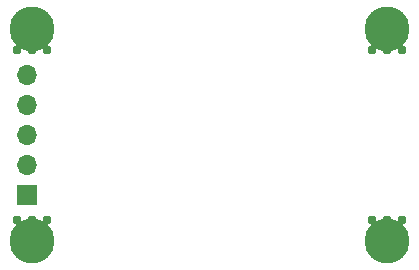
<source format=gbr>
%TF.GenerationSoftware,KiCad,Pcbnew,(5.99.0-11678-ga208dac8d8)*%
%TF.CreationDate,2021-08-19T14:25:42+07:00*%
%TF.ProjectId,sharp_memory_display,73686172-705f-46d6-956d-6f72795f6469,rev?*%
%TF.SameCoordinates,Original*%
%TF.FileFunction,Soldermask,Top*%
%TF.FilePolarity,Negative*%
%FSLAX46Y46*%
G04 Gerber Fmt 4.6, Leading zero omitted, Abs format (unit mm)*
G04 Created by KiCad (PCBNEW (5.99.0-11678-ga208dac8d8)) date 2021-08-19 14:25:42*
%MOMM*%
%LPD*%
G01*
G04 APERTURE LIST*
%ADD10C,0.787400*%
%ADD11C,3.800000*%
%ADD12O,1.700000X1.700000*%
%ADD13R,1.700000X1.700000*%
G04 APERTURE END LIST*
D10*
%TO.C,REF\u002A\u002A*%
X26022642Y-37690389D03*
X24752642Y-37690389D03*
X23482642Y-37690389D03*
%TD*%
%TO.C,REF\u002A\u002A*%
X23482642Y-23290389D03*
X24752642Y-23290389D03*
X26022642Y-23290389D03*
%TD*%
%TO.C,REF\u002A\u002A*%
X56022642Y-37690389D03*
X54752642Y-37690389D03*
X53482642Y-37690389D03*
%TD*%
%TO.C,REF\u002A\u002A*%
X56022642Y-23290389D03*
X54752642Y-23290389D03*
X53482642Y-23290389D03*
%TD*%
D11*
%TO.C,H4*%
X54752642Y-21490389D03*
%TD*%
%TO.C,H3*%
X24752642Y-39490389D03*
%TD*%
%TO.C,H2*%
X24752642Y-21490389D03*
%TD*%
%TO.C,H1*%
X54752642Y-39490389D03*
%TD*%
D12*
%TO.C,J1*%
X24252600Y-25410400D03*
X24252600Y-27950400D03*
X24252600Y-30490400D03*
X24252600Y-33030400D03*
D13*
X24252600Y-35570400D03*
%TD*%
M02*

</source>
